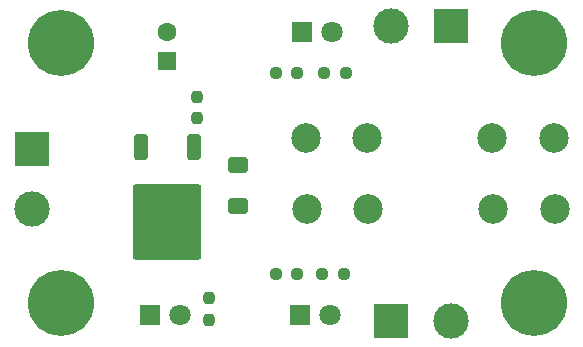
<source format=gts>
%TF.GenerationSoftware,KiCad,Pcbnew,8.0.1*%
%TF.CreationDate,2024-08-03T23:28:29+02:00*%
%TF.ProjectId,prot_cir,70726f74-5f63-4697-922e-6b696361645f,rev?*%
%TF.SameCoordinates,Original*%
%TF.FileFunction,Soldermask,Top*%
%TF.FilePolarity,Negative*%
%FSLAX46Y46*%
G04 Gerber Fmt 4.6, Leading zero omitted, Abs format (unit mm)*
G04 Created by KiCad (PCBNEW 8.0.1) date 2024-08-03 23:28:29*
%MOMM*%
%LPD*%
G01*
G04 APERTURE LIST*
G04 Aperture macros list*
%AMRoundRect*
0 Rectangle with rounded corners*
0 $1 Rounding radius*
0 $2 $3 $4 $5 $6 $7 $8 $9 X,Y pos of 4 corners*
0 Add a 4 corners polygon primitive as box body*
4,1,4,$2,$3,$4,$5,$6,$7,$8,$9,$2,$3,0*
0 Add four circle primitives for the rounded corners*
1,1,$1+$1,$2,$3*
1,1,$1+$1,$4,$5*
1,1,$1+$1,$6,$7*
1,1,$1+$1,$8,$9*
0 Add four rect primitives between the rounded corners*
20,1,$1+$1,$2,$3,$4,$5,0*
20,1,$1+$1,$4,$5,$6,$7,0*
20,1,$1+$1,$6,$7,$8,$9,0*
20,1,$1+$1,$8,$9,$2,$3,0*%
G04 Aperture macros list end*
%ADD10RoundRect,0.237500X0.250000X0.237500X-0.250000X0.237500X-0.250000X-0.237500X0.250000X-0.237500X0*%
%ADD11R,1.800000X1.800000*%
%ADD12C,1.800000*%
%ADD13C,5.600000*%
%ADD14R,3.000000X3.000000*%
%ADD15C,3.000000*%
%ADD16RoundRect,0.237500X-0.237500X0.250000X-0.237500X-0.250000X0.237500X-0.250000X0.237500X0.250000X0*%
%ADD17C,2.500000*%
%ADD18RoundRect,0.250000X0.600000X-0.400000X0.600000X0.400000X-0.600000X0.400000X-0.600000X-0.400000X0*%
%ADD19R,1.600000X1.600000*%
%ADD20C,1.600000*%
%ADD21RoundRect,0.250000X-0.350000X0.850000X-0.350000X-0.850000X0.350000X-0.850000X0.350000X0.850000X0*%
%ADD22RoundRect,0.249997X-2.650003X2.950003X-2.650003X-2.950003X2.650003X-2.950003X2.650003X2.950003X0*%
G04 APERTURE END LIST*
D10*
%TO.C,R4*%
X133912500Y-113500000D03*
X132087500Y-113500000D03*
%TD*%
%TO.C,R2*%
X130000000Y-113500000D03*
X128175000Y-113500000D03*
%TD*%
D11*
%TO.C,D2*%
X130225000Y-117000000D03*
D12*
X132765000Y-117000000D03*
%TD*%
D10*
%TO.C,R5*%
X134087500Y-96500000D03*
X132262500Y-96500000D03*
%TD*%
D11*
%TO.C,D4*%
X130400000Y-93000000D03*
D12*
X132940000Y-93000000D03*
%TD*%
D10*
%TO.C,R3*%
X130000000Y-96500000D03*
X128175000Y-96500000D03*
%TD*%
D13*
%TO.C,REF\u002A\u002A*%
X110000000Y-116000000D03*
%TD*%
%TO.C,REF\u002A\u002A*%
X110000000Y-94000000D03*
%TD*%
%TO.C,REF\u002A\u002A*%
X150000000Y-116000000D03*
%TD*%
%TO.C,REF\u002A\u002A*%
X150000000Y-94000000D03*
%TD*%
D14*
%TO.C,J4*%
X143040000Y-92500000D03*
D15*
X137960000Y-92500000D03*
%TD*%
D14*
%TO.C,J2*%
X137960000Y-117500000D03*
D15*
X143040000Y-117500000D03*
%TD*%
D14*
%TO.C,J1*%
X107500000Y-102920000D03*
D15*
X107500000Y-108000000D03*
%TD*%
D16*
%TO.C,R6*%
X121500000Y-98500000D03*
X121500000Y-100325000D03*
%TD*%
%TO.C,R1*%
X122500000Y-115587500D03*
X122500000Y-117412500D03*
%TD*%
D17*
%TO.C,F2*%
X130700000Y-102000000D03*
X135900000Y-102000000D03*
X146500000Y-102000000D03*
X151700000Y-102000000D03*
%TD*%
%TO.C,F1*%
X151800000Y-108000000D03*
X146600000Y-108000000D03*
X136000000Y-108000000D03*
X130800000Y-108000000D03*
%TD*%
D11*
%TO.C,D3*%
X117500000Y-117000000D03*
D12*
X120040000Y-117000000D03*
%TD*%
D18*
%TO.C,D1*%
X125000000Y-107750000D03*
X125000000Y-104250000D03*
%TD*%
D19*
%TO.C,C1*%
X119000000Y-95500000D03*
D20*
X119000000Y-93000000D03*
%TD*%
D21*
%TO.C,Q1*%
X121280000Y-102800000D03*
D22*
X119000000Y-109100000D03*
D21*
X116720000Y-102800000D03*
%TD*%
M02*

</source>
